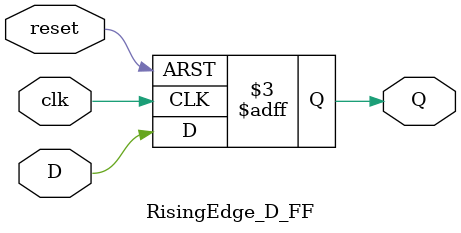
<source format=v>

	module	RisingEdge_D_FF(
		clk,
		reset,
		D,
		Q);
		
		
		input		clk;
		input		reset;
		
		input wire	D;
		output	reg	Q;
		
		always@(posedge clk or negedge reset)
			if(~reset)
				Q <= 1'b0;
			else
				Q <= D;
		
		
		endmodule
</source>
